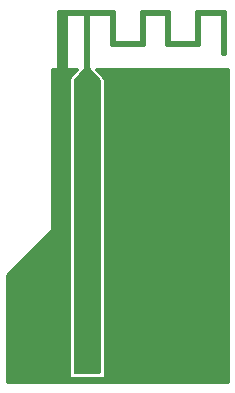
<source format=gbr>
G04 #@! TF.FileFunction,Copper,L1,Top,Signal*
%FSLAX46Y46*%
G04 Gerber Fmt 4.6, Leading zero omitted, Abs format (unit mm)*
G04 Created by KiCad (PCBNEW 4.0.5) date 02/23/17 14:21:59*
%MOMM*%
%LPD*%
G01*
G04 APERTURE LIST*
%ADD10C,0.127000*%
%ADD11R,2.290000X5.080000*%
%ADD12R,2.420000X5.080000*%
%ADD13C,0.970000*%
%ADD14R,0.460000X0.890000*%
%ADD15C,0.600000*%
%ADD16C,0.254000*%
G04 APERTURE END LIST*
D10*
D11*
X6858000Y3372700D03*
D12*
X2478000Y3372700D03*
X11238000Y3372700D03*
D13*
X2478000Y6812700D03*
X11238000Y6812700D03*
D14*
X2478000Y6362700D03*
X11238000Y6362700D03*
D15*
X4762500Y26543000D03*
D16*
X9194800Y31572200D02*
X4445000Y31572200D01*
X13868400Y31572200D02*
X11430000Y31572200D01*
X18542000Y31572200D02*
X16103600Y31572200D01*
X9194800Y31369000D02*
X4445000Y31369000D01*
X13868400Y31369000D02*
X11430000Y31369000D01*
X18542000Y31369000D02*
X16103600Y31369000D01*
X5080000Y31165800D02*
X4445000Y31165800D01*
X6985000Y31165800D02*
X6731000Y31165800D01*
X9194800Y31165800D02*
X8940800Y31165800D01*
X11684000Y31165800D02*
X11430000Y31165800D01*
X13868400Y31165800D02*
X13614400Y31165800D01*
X16357600Y31165800D02*
X16103600Y31165800D01*
X18542000Y31165800D02*
X18288000Y31165800D01*
X5080000Y30962600D02*
X4445000Y30962600D01*
X6985000Y30962600D02*
X6731000Y30962600D01*
X9194800Y30962600D02*
X8940800Y30962600D01*
X11684000Y30962600D02*
X11430000Y30962600D01*
X13868400Y30962600D02*
X13614400Y30962600D01*
X16357600Y30962600D02*
X16103600Y30962600D01*
X18542000Y30962600D02*
X18288000Y30962600D01*
X5080000Y30759400D02*
X4445000Y30759400D01*
X6985000Y30759400D02*
X6731000Y30759400D01*
X9194800Y30759400D02*
X8940800Y30759400D01*
X11684000Y30759400D02*
X11430000Y30759400D01*
X13868400Y30759400D02*
X13614400Y30759400D01*
X16357600Y30759400D02*
X16103600Y30759400D01*
X18542000Y30759400D02*
X18288000Y30759400D01*
X5080000Y30556200D02*
X4445000Y30556200D01*
X6985000Y30556200D02*
X6731000Y30556200D01*
X9194800Y30556200D02*
X8940800Y30556200D01*
X11684000Y30556200D02*
X11430000Y30556200D01*
X13868400Y30556200D02*
X13614400Y30556200D01*
X16357600Y30556200D02*
X16103600Y30556200D01*
X18542000Y30556200D02*
X18288000Y30556200D01*
X5080000Y30353000D02*
X4445000Y30353000D01*
X6985000Y30353000D02*
X6731000Y30353000D01*
X9194800Y30353000D02*
X8940800Y30353000D01*
X11684000Y30353000D02*
X11430000Y30353000D01*
X13868400Y30353000D02*
X13614400Y30353000D01*
X16357600Y30353000D02*
X16103600Y30353000D01*
X18542000Y30353000D02*
X18288000Y30353000D01*
X5080000Y30149800D02*
X4445000Y30149800D01*
X6985000Y30149800D02*
X6731000Y30149800D01*
X9194800Y30149800D02*
X8940800Y30149800D01*
X11684000Y30149800D02*
X11430000Y30149800D01*
X13868400Y30149800D02*
X13614400Y30149800D01*
X16357600Y30149800D02*
X16103600Y30149800D01*
X18542000Y30149800D02*
X18288000Y30149800D01*
X5080000Y29946600D02*
X4445000Y29946600D01*
X6985000Y29946600D02*
X6731000Y29946600D01*
X9194800Y29946600D02*
X8940800Y29946600D01*
X11684000Y29946600D02*
X11430000Y29946600D01*
X13868400Y29946600D02*
X13614400Y29946600D01*
X16357600Y29946600D02*
X16103600Y29946600D01*
X18542000Y29946600D02*
X18288000Y29946600D01*
X5080000Y29743400D02*
X4445000Y29743400D01*
X6985000Y29743400D02*
X6731000Y29743400D01*
X9194800Y29743400D02*
X8940800Y29743400D01*
X11684000Y29743400D02*
X11430000Y29743400D01*
X13868400Y29743400D02*
X13614400Y29743400D01*
X16357600Y29743400D02*
X16103600Y29743400D01*
X18542000Y29743400D02*
X18288000Y29743400D01*
X5080000Y29540200D02*
X4445000Y29540200D01*
X6985000Y29540200D02*
X6731000Y29540200D01*
X9194800Y29540200D02*
X8940800Y29540200D01*
X11684000Y29540200D02*
X11430000Y29540200D01*
X13868400Y29540200D02*
X13614400Y29540200D01*
X16357600Y29540200D02*
X16103600Y29540200D01*
X18542000Y29540200D02*
X18288000Y29540200D01*
X5080000Y29337000D02*
X4445000Y29337000D01*
X6985000Y29337000D02*
X6731000Y29337000D01*
X9194800Y29337000D02*
X8940800Y29337000D01*
X11684000Y29337000D02*
X11430000Y29337000D01*
X13868400Y29337000D02*
X13614400Y29337000D01*
X16357600Y29337000D02*
X16103600Y29337000D01*
X18542000Y29337000D02*
X18288000Y29337000D01*
X5080000Y29133800D02*
X4445000Y29133800D01*
X6985000Y29133800D02*
X6731000Y29133800D01*
X9194800Y29133800D02*
X8940800Y29133800D01*
X11684000Y29133800D02*
X11430000Y29133800D01*
X13868400Y29133800D02*
X13614400Y29133800D01*
X16357600Y29133800D02*
X16103600Y29133800D01*
X18542000Y29133800D02*
X18288000Y29133800D01*
X5080000Y28930600D02*
X4445000Y28930600D01*
X6985000Y28930600D02*
X6731000Y28930600D01*
X11684000Y28930600D02*
X8940800Y28930600D01*
X16357600Y28930600D02*
X13614400Y28930600D01*
X18542000Y28930600D02*
X18288000Y28930600D01*
X5080000Y28727400D02*
X4445000Y28727400D01*
X6985000Y28727400D02*
X6731000Y28727400D01*
X11684000Y28727400D02*
X8940800Y28727400D01*
X16357600Y28727400D02*
X13614400Y28727400D01*
X18542000Y28727400D02*
X18288000Y28727400D01*
X5080000Y28524200D02*
X4445000Y28524200D01*
X6985000Y28524200D02*
X6731000Y28524200D01*
X18542000Y28524200D02*
X18288000Y28524200D01*
X5080000Y28321000D02*
X4445000Y28321000D01*
X6985000Y28321000D02*
X6731000Y28321000D01*
X18542000Y28321000D02*
X18288000Y28321000D01*
X5080000Y28117800D02*
X4445000Y28117800D01*
X6985000Y28117800D02*
X6731000Y28117800D01*
X18542000Y28117800D02*
X18288000Y28117800D01*
X5080000Y27914600D02*
X4445000Y27914600D01*
X6985000Y27914600D02*
X6731000Y27914600D01*
X18542000Y27914600D02*
X18288000Y27914600D01*
X5080000Y27711400D02*
X4445000Y27711400D01*
X6985000Y27711400D02*
X6731000Y27711400D01*
X5080000Y27508200D02*
X4445000Y27508200D01*
X6985000Y27508200D02*
X6731000Y27508200D01*
X5080000Y27305000D02*
X4445000Y27305000D01*
X6985000Y27305000D02*
X6731000Y27305000D01*
X5080000Y27101800D02*
X4445000Y27101800D01*
X6985000Y27101800D02*
X6731000Y27101800D01*
X5080000Y26898600D02*
X4445000Y26898600D01*
X6985000Y26898600D02*
X6731000Y26898600D01*
X5134865Y26695400D02*
X4389939Y26695400D01*
X7032146Y26695400D02*
X6683853Y26695400D01*
X5914547Y26492200D02*
X3937000Y26492200D01*
X7209946Y26492200D02*
X6506053Y26492200D01*
X18846800Y26492200D02*
X7801454Y26492200D01*
X5736747Y26289000D02*
X3937000Y26289000D01*
X7387746Y26289000D02*
X6328253Y26289000D01*
X18846800Y26289000D02*
X7979254Y26289000D01*
X5558947Y26085800D02*
X3937000Y26085800D01*
X7565546Y26085800D02*
X6150453Y26085800D01*
X18846800Y26085800D02*
X8157054Y26085800D01*
X5381147Y25882600D02*
X3937000Y25882600D01*
X7743346Y25882600D02*
X5972653Y25882600D01*
X18846800Y25882600D02*
X8334854Y25882600D01*
X5334000Y25679400D02*
X3937000Y25679400D01*
X7874000Y25679400D02*
X5842000Y25679400D01*
X18846800Y25679400D02*
X8382000Y25679400D01*
X5334000Y25476200D02*
X3937000Y25476200D01*
X7874000Y25476200D02*
X5842000Y25476200D01*
X18846800Y25476200D02*
X8382000Y25476200D01*
X5334000Y25273000D02*
X3937000Y25273000D01*
X7874000Y25273000D02*
X5842000Y25273000D01*
X18846800Y25273000D02*
X8382000Y25273000D01*
X5334000Y25069800D02*
X3937000Y25069800D01*
X7874000Y25069800D02*
X5842000Y25069800D01*
X18846800Y25069800D02*
X8382000Y25069800D01*
X5334000Y24866600D02*
X3937000Y24866600D01*
X7874000Y24866600D02*
X5842000Y24866600D01*
X18846800Y24866600D02*
X8382000Y24866600D01*
X5334000Y24663400D02*
X3937000Y24663400D01*
X7874000Y24663400D02*
X5842000Y24663400D01*
X18846800Y24663400D02*
X8382000Y24663400D01*
X5334000Y24460200D02*
X3937000Y24460200D01*
X7874000Y24460200D02*
X5842000Y24460200D01*
X18846800Y24460200D02*
X8382000Y24460200D01*
X5334000Y24257000D02*
X3937000Y24257000D01*
X7874000Y24257000D02*
X5842000Y24257000D01*
X18846800Y24257000D02*
X8382000Y24257000D01*
X5334000Y24053800D02*
X3937000Y24053800D01*
X7874000Y24053800D02*
X5842000Y24053800D01*
X18846800Y24053800D02*
X8382000Y24053800D01*
X5334000Y23850600D02*
X3937000Y23850600D01*
X7874000Y23850600D02*
X5842000Y23850600D01*
X18846800Y23850600D02*
X8382000Y23850600D01*
X5334000Y23647400D02*
X3937000Y23647400D01*
X7874000Y23647400D02*
X5842000Y23647400D01*
X18846800Y23647400D02*
X8382000Y23647400D01*
X5334000Y23444200D02*
X3937000Y23444200D01*
X7874000Y23444200D02*
X5842000Y23444200D01*
X18846800Y23444200D02*
X8382000Y23444200D01*
X5334000Y23241000D02*
X3937000Y23241000D01*
X7874000Y23241000D02*
X5842000Y23241000D01*
X18846800Y23241000D02*
X8382000Y23241000D01*
X5334000Y23037800D02*
X3937000Y23037800D01*
X7874000Y23037800D02*
X5842000Y23037800D01*
X18846800Y23037800D02*
X8382000Y23037800D01*
X5334000Y22834600D02*
X3937000Y22834600D01*
X7874000Y22834600D02*
X5842000Y22834600D01*
X18846800Y22834600D02*
X8382000Y22834600D01*
X5334000Y22631400D02*
X3937000Y22631400D01*
X7874000Y22631400D02*
X5842000Y22631400D01*
X18846800Y22631400D02*
X8382000Y22631400D01*
X5334000Y22428200D02*
X3937000Y22428200D01*
X7874000Y22428200D02*
X5842000Y22428200D01*
X18846800Y22428200D02*
X8382000Y22428200D01*
X5334000Y22225000D02*
X3937000Y22225000D01*
X7874000Y22225000D02*
X5842000Y22225000D01*
X18846800Y22225000D02*
X8382000Y22225000D01*
X5334000Y22021800D02*
X3937000Y22021800D01*
X7874000Y22021800D02*
X5842000Y22021800D01*
X18846800Y22021800D02*
X8382000Y22021800D01*
X5334000Y21818600D02*
X3937000Y21818600D01*
X7874000Y21818600D02*
X5842000Y21818600D01*
X18846800Y21818600D02*
X8382000Y21818600D01*
X5334000Y21615400D02*
X3937000Y21615400D01*
X7874000Y21615400D02*
X5842000Y21615400D01*
X18846800Y21615400D02*
X8382000Y21615400D01*
X5334000Y21412200D02*
X3937000Y21412200D01*
X7874000Y21412200D02*
X5842000Y21412200D01*
X18846800Y21412200D02*
X8382000Y21412200D01*
X5334000Y21209000D02*
X3937000Y21209000D01*
X7874000Y21209000D02*
X5842000Y21209000D01*
X18846800Y21209000D02*
X8382000Y21209000D01*
X5334000Y21005800D02*
X3937000Y21005800D01*
X7874000Y21005800D02*
X5842000Y21005800D01*
X18846800Y21005800D02*
X8382000Y21005800D01*
X5334000Y20802600D02*
X3937000Y20802600D01*
X7874000Y20802600D02*
X5842000Y20802600D01*
X18846800Y20802600D02*
X8382000Y20802600D01*
X5334000Y20599400D02*
X3937000Y20599400D01*
X7874000Y20599400D02*
X5842000Y20599400D01*
X18846800Y20599400D02*
X8382000Y20599400D01*
X5334000Y20396200D02*
X3937000Y20396200D01*
X7874000Y20396200D02*
X5842000Y20396200D01*
X18846800Y20396200D02*
X8382000Y20396200D01*
X5334000Y20193000D02*
X3937000Y20193000D01*
X7874000Y20193000D02*
X5842000Y20193000D01*
X18846800Y20193000D02*
X8382000Y20193000D01*
X5334000Y19989800D02*
X3937000Y19989800D01*
X7874000Y19989800D02*
X5842000Y19989800D01*
X18846800Y19989800D02*
X8382000Y19989800D01*
X5334000Y19786600D02*
X3937000Y19786600D01*
X7874000Y19786600D02*
X5842000Y19786600D01*
X18846800Y19786600D02*
X8382000Y19786600D01*
X5334000Y19583400D02*
X3937000Y19583400D01*
X7874000Y19583400D02*
X5842000Y19583400D01*
X18846800Y19583400D02*
X8382000Y19583400D01*
X5334000Y19380200D02*
X3937000Y19380200D01*
X7874000Y19380200D02*
X5842000Y19380200D01*
X18846800Y19380200D02*
X8382000Y19380200D01*
X5334000Y19177000D02*
X3937000Y19177000D01*
X7874000Y19177000D02*
X5842000Y19177000D01*
X18846800Y19177000D02*
X8382000Y19177000D01*
X5334000Y18973800D02*
X3937000Y18973800D01*
X7874000Y18973800D02*
X5842000Y18973800D01*
X18846800Y18973800D02*
X8382000Y18973800D01*
X5334000Y18770600D02*
X3937000Y18770600D01*
X7874000Y18770600D02*
X5842000Y18770600D01*
X18846800Y18770600D02*
X8382000Y18770600D01*
X5334000Y18567400D02*
X3937000Y18567400D01*
X7874000Y18567400D02*
X5842000Y18567400D01*
X18846800Y18567400D02*
X8382000Y18567400D01*
X5334000Y18364200D02*
X3937000Y18364200D01*
X7874000Y18364200D02*
X5842000Y18364200D01*
X18846800Y18364200D02*
X8382000Y18364200D01*
X5334000Y18161000D02*
X3937000Y18161000D01*
X7874000Y18161000D02*
X5842000Y18161000D01*
X18846800Y18161000D02*
X8382000Y18161000D01*
X5334000Y17957800D02*
X3937000Y17957800D01*
X7874000Y17957800D02*
X5842000Y17957800D01*
X18846800Y17957800D02*
X8382000Y17957800D01*
X5334000Y17754600D02*
X3937000Y17754600D01*
X7874000Y17754600D02*
X5842000Y17754600D01*
X18846800Y17754600D02*
X8382000Y17754600D01*
X5334000Y17551400D02*
X3937000Y17551400D01*
X7874000Y17551400D02*
X5842000Y17551400D01*
X18846800Y17551400D02*
X8382000Y17551400D01*
X5334000Y17348200D02*
X3937000Y17348200D01*
X7874000Y17348200D02*
X5842000Y17348200D01*
X18846800Y17348200D02*
X8382000Y17348200D01*
X5334000Y17145000D02*
X3937000Y17145000D01*
X7874000Y17145000D02*
X5842000Y17145000D01*
X18846800Y17145000D02*
X8382000Y17145000D01*
X5334000Y16941800D02*
X3937000Y16941800D01*
X7874000Y16941800D02*
X5842000Y16941800D01*
X18846800Y16941800D02*
X8382000Y16941800D01*
X5334000Y16738600D02*
X3937000Y16738600D01*
X7874000Y16738600D02*
X5842000Y16738600D01*
X18846800Y16738600D02*
X8382000Y16738600D01*
X5334000Y16535400D02*
X3937000Y16535400D01*
X7874000Y16535400D02*
X5842000Y16535400D01*
X18846800Y16535400D02*
X8382000Y16535400D01*
X5334000Y16332200D02*
X3937000Y16332200D01*
X7874000Y16332200D02*
X5842000Y16332200D01*
X18846800Y16332200D02*
X8382000Y16332200D01*
X5334000Y16129000D02*
X3937000Y16129000D01*
X7874000Y16129000D02*
X5842000Y16129000D01*
X18846800Y16129000D02*
X8382000Y16129000D01*
X5334000Y15925800D02*
X3937000Y15925800D01*
X7874000Y15925800D02*
X5842000Y15925800D01*
X18846800Y15925800D02*
X8382000Y15925800D01*
X5334000Y15722600D02*
X3937000Y15722600D01*
X7874000Y15722600D02*
X5842000Y15722600D01*
X18846800Y15722600D02*
X8382000Y15722600D01*
X5334000Y15519400D02*
X3937000Y15519400D01*
X7874000Y15519400D02*
X5842000Y15519400D01*
X18846800Y15519400D02*
X8382000Y15519400D01*
X5334000Y15316200D02*
X3937000Y15316200D01*
X7874000Y15316200D02*
X5842000Y15316200D01*
X18846800Y15316200D02*
X8382000Y15316200D01*
X5334000Y15113000D02*
X3937000Y15113000D01*
X7874000Y15113000D02*
X5842000Y15113000D01*
X18846800Y15113000D02*
X8382000Y15113000D01*
X5334000Y14909800D02*
X3937000Y14909800D01*
X7874000Y14909800D02*
X5842000Y14909800D01*
X18846800Y14909800D02*
X8382000Y14909800D01*
X5334000Y14706600D02*
X3937000Y14706600D01*
X7874000Y14706600D02*
X5842000Y14706600D01*
X18846800Y14706600D02*
X8382000Y14706600D01*
X5334000Y14503400D02*
X3937000Y14503400D01*
X7874000Y14503400D02*
X5842000Y14503400D01*
X18846800Y14503400D02*
X8382000Y14503400D01*
X5334000Y14300200D02*
X3937000Y14300200D01*
X7874000Y14300200D02*
X5842000Y14300200D01*
X18846800Y14300200D02*
X8382000Y14300200D01*
X5334000Y14097000D02*
X3937000Y14097000D01*
X7874000Y14097000D02*
X5842000Y14097000D01*
X18846800Y14097000D02*
X8382000Y14097000D01*
X5334000Y13893800D02*
X3937000Y13893800D01*
X7874000Y13893800D02*
X5842000Y13893800D01*
X18846800Y13893800D02*
X8382000Y13893800D01*
X5334000Y13690600D02*
X3937000Y13690600D01*
X7874000Y13690600D02*
X5842000Y13690600D01*
X18846800Y13690600D02*
X8382000Y13690600D01*
X5334000Y13487400D02*
X3937000Y13487400D01*
X7874000Y13487400D02*
X5842000Y13487400D01*
X18846800Y13487400D02*
X8382000Y13487400D01*
X5334000Y13284200D02*
X3937000Y13284200D01*
X7874000Y13284200D02*
X5842000Y13284200D01*
X18846800Y13284200D02*
X8382000Y13284200D01*
X5334000Y13081000D02*
X3937000Y13081000D01*
X7874000Y13081000D02*
X5842000Y13081000D01*
X18846800Y13081000D02*
X8382000Y13081000D01*
X5334000Y12877800D02*
X3786406Y12877800D01*
X7874000Y12877800D02*
X5842000Y12877800D01*
X18846800Y12877800D02*
X8382000Y12877800D01*
X5334000Y12674600D02*
X3583206Y12674600D01*
X7874000Y12674600D02*
X5842000Y12674600D01*
X18846800Y12674600D02*
X8382000Y12674600D01*
X5334000Y12471400D02*
X3380006Y12471400D01*
X7874000Y12471400D02*
X5842000Y12471400D01*
X18846800Y12471400D02*
X8382000Y12471400D01*
X5334000Y12268200D02*
X3176806Y12268200D01*
X7874000Y12268200D02*
X5842000Y12268200D01*
X18846800Y12268200D02*
X8382000Y12268200D01*
X5334000Y12065000D02*
X2973606Y12065000D01*
X7874000Y12065000D02*
X5842000Y12065000D01*
X18846800Y12065000D02*
X8382000Y12065000D01*
X5334000Y11861800D02*
X2770406Y11861800D01*
X7874000Y11861800D02*
X5842000Y11861800D01*
X18846800Y11861800D02*
X8382000Y11861800D01*
X5334000Y11658600D02*
X2567206Y11658600D01*
X7874000Y11658600D02*
X5842000Y11658600D01*
X18846800Y11658600D02*
X8382000Y11658600D01*
X5334000Y11455400D02*
X2364006Y11455400D01*
X7874000Y11455400D02*
X5842000Y11455400D01*
X18846800Y11455400D02*
X8382000Y11455400D01*
X5334000Y11252200D02*
X2160806Y11252200D01*
X7874000Y11252200D02*
X5842000Y11252200D01*
X18846800Y11252200D02*
X8382000Y11252200D01*
X5334000Y11049000D02*
X1957606Y11049000D01*
X7874000Y11049000D02*
X5842000Y11049000D01*
X18846800Y11049000D02*
X8382000Y11049000D01*
X5334000Y10845800D02*
X1754406Y10845800D01*
X7874000Y10845800D02*
X5842000Y10845800D01*
X18846800Y10845800D02*
X8382000Y10845800D01*
X5334000Y10642600D02*
X1551206Y10642600D01*
X7874000Y10642600D02*
X5842000Y10642600D01*
X18846800Y10642600D02*
X8382000Y10642600D01*
X5334000Y10439400D02*
X1348006Y10439400D01*
X7874000Y10439400D02*
X5842000Y10439400D01*
X18846800Y10439400D02*
X8382000Y10439400D01*
X5334000Y10236200D02*
X1144806Y10236200D01*
X7874000Y10236200D02*
X5842000Y10236200D01*
X18846800Y10236200D02*
X8382000Y10236200D01*
X5334000Y10033000D02*
X941606Y10033000D01*
X7874000Y10033000D02*
X5842000Y10033000D01*
X18846800Y10033000D02*
X8382000Y10033000D01*
X5334000Y9829800D02*
X738406Y9829800D01*
X7874000Y9829800D02*
X5842000Y9829800D01*
X18846800Y9829800D02*
X8382000Y9829800D01*
X5334000Y9626600D02*
X535206Y9626600D01*
X7874000Y9626600D02*
X5842000Y9626600D01*
X18846800Y9626600D02*
X8382000Y9626600D01*
X5334000Y9423400D02*
X332006Y9423400D01*
X7874000Y9423400D02*
X5842000Y9423400D01*
X18846800Y9423400D02*
X8382000Y9423400D01*
X5334000Y9220200D02*
X128806Y9220200D01*
X7874000Y9220200D02*
X5842000Y9220200D01*
X18846800Y9220200D02*
X8382000Y9220200D01*
X5334000Y9017000D02*
X127000Y9017000D01*
X7874000Y9017000D02*
X5842000Y9017000D01*
X18846800Y9017000D02*
X8382000Y9017000D01*
X5334000Y8813800D02*
X127000Y8813800D01*
X7874000Y8813800D02*
X5842000Y8813800D01*
X18846800Y8813800D02*
X8382000Y8813800D01*
X5334000Y8610600D02*
X127000Y8610600D01*
X7874000Y8610600D02*
X5842000Y8610600D01*
X18846800Y8610600D02*
X8382000Y8610600D01*
X5334000Y8407400D02*
X127000Y8407400D01*
X7874000Y8407400D02*
X5842000Y8407400D01*
X18846800Y8407400D02*
X8382000Y8407400D01*
X5334000Y8204200D02*
X127000Y8204200D01*
X7874000Y8204200D02*
X5842000Y8204200D01*
X18846800Y8204200D02*
X8382000Y8204200D01*
X5334000Y8001000D02*
X127000Y8001000D01*
X7874000Y8001000D02*
X5842000Y8001000D01*
X18846800Y8001000D02*
X8382000Y8001000D01*
X5334000Y7797800D02*
X127000Y7797800D01*
X7874000Y7797800D02*
X5842000Y7797800D01*
X18846800Y7797800D02*
X8382000Y7797800D01*
X5334000Y7594600D02*
X127000Y7594600D01*
X7874000Y7594600D02*
X5842000Y7594600D01*
X18846800Y7594600D02*
X8382000Y7594600D01*
X5334000Y7391400D02*
X127000Y7391400D01*
X7874000Y7391400D02*
X5842000Y7391400D01*
X18846800Y7391400D02*
X8382000Y7391400D01*
X5334000Y7188200D02*
X127000Y7188200D01*
X7874000Y7188200D02*
X5842000Y7188200D01*
X18846800Y7188200D02*
X8382000Y7188200D01*
X5334000Y6985000D02*
X127000Y6985000D01*
X7874000Y6985000D02*
X5842000Y6985000D01*
X18846800Y6985000D02*
X8382000Y6985000D01*
X5334000Y6781800D02*
X127000Y6781800D01*
X7874000Y6781800D02*
X5842000Y6781800D01*
X18846800Y6781800D02*
X8382000Y6781800D01*
X5334000Y6578600D02*
X127000Y6578600D01*
X7874000Y6578600D02*
X5842000Y6578600D01*
X18846800Y6578600D02*
X8382000Y6578600D01*
X5334000Y6375400D02*
X127000Y6375400D01*
X7874000Y6375400D02*
X5842000Y6375400D01*
X18846800Y6375400D02*
X8382000Y6375400D01*
X5334000Y6172200D02*
X127000Y6172200D01*
X7874000Y6172200D02*
X5842000Y6172200D01*
X18846800Y6172200D02*
X8382000Y6172200D01*
X5334000Y5969000D02*
X127000Y5969000D01*
X7874000Y5969000D02*
X5842000Y5969000D01*
X18846800Y5969000D02*
X8382000Y5969000D01*
X5334000Y5765800D02*
X127000Y5765800D01*
X7874000Y5765800D02*
X5842000Y5765800D01*
X18846800Y5765800D02*
X8382000Y5765800D01*
X5334000Y5562600D02*
X127000Y5562600D01*
X7874000Y5562600D02*
X5842000Y5562600D01*
X18846800Y5562600D02*
X8382000Y5562600D01*
X5334000Y5359400D02*
X127000Y5359400D01*
X7874000Y5359400D02*
X5842000Y5359400D01*
X18846800Y5359400D02*
X8382000Y5359400D01*
X5334000Y5156200D02*
X127000Y5156200D01*
X7874000Y5156200D02*
X5842000Y5156200D01*
X18846800Y5156200D02*
X8382000Y5156200D01*
X5334000Y4953000D02*
X127000Y4953000D01*
X7874000Y4953000D02*
X5842000Y4953000D01*
X18846800Y4953000D02*
X8382000Y4953000D01*
X5334000Y4749800D02*
X127000Y4749800D01*
X7874000Y4749800D02*
X5842000Y4749800D01*
X18846800Y4749800D02*
X8382000Y4749800D01*
X5334000Y4546600D02*
X127000Y4546600D01*
X7874000Y4546600D02*
X5842000Y4546600D01*
X18846800Y4546600D02*
X8382000Y4546600D01*
X5334000Y4343400D02*
X127000Y4343400D01*
X7874000Y4343400D02*
X5842000Y4343400D01*
X18846800Y4343400D02*
X8382000Y4343400D01*
X5334000Y4140200D02*
X127000Y4140200D01*
X7874000Y4140200D02*
X5842000Y4140200D01*
X18846800Y4140200D02*
X8382000Y4140200D01*
X5334000Y3937000D02*
X127000Y3937000D01*
X7874000Y3937000D02*
X5842000Y3937000D01*
X18846800Y3937000D02*
X8382000Y3937000D01*
X5334000Y3733800D02*
X127000Y3733800D01*
X7874000Y3733800D02*
X5842000Y3733800D01*
X18846800Y3733800D02*
X8382000Y3733800D01*
X5334000Y3530600D02*
X127000Y3530600D01*
X7874000Y3530600D02*
X5842000Y3530600D01*
X18846800Y3530600D02*
X8382000Y3530600D01*
X5334000Y3327400D02*
X127000Y3327400D01*
X7874000Y3327400D02*
X5842000Y3327400D01*
X18846800Y3327400D02*
X8382000Y3327400D01*
X5334000Y3124200D02*
X127000Y3124200D01*
X7874000Y3124200D02*
X5842000Y3124200D01*
X18846800Y3124200D02*
X8382000Y3124200D01*
X5334000Y2921000D02*
X127000Y2921000D01*
X7874000Y2921000D02*
X5842000Y2921000D01*
X18846800Y2921000D02*
X8382000Y2921000D01*
X5334000Y2717800D02*
X127000Y2717800D01*
X7874000Y2717800D02*
X5842000Y2717800D01*
X18846800Y2717800D02*
X8382000Y2717800D01*
X5334000Y2514600D02*
X127000Y2514600D01*
X7874000Y2514600D02*
X5842000Y2514600D01*
X18846800Y2514600D02*
X8382000Y2514600D01*
X5334000Y2311400D02*
X127000Y2311400D01*
X7874000Y2311400D02*
X5842000Y2311400D01*
X18846800Y2311400D02*
X8382000Y2311400D01*
X5334000Y2108200D02*
X127000Y2108200D01*
X7874000Y2108200D02*
X5842000Y2108200D01*
X18846800Y2108200D02*
X8382000Y2108200D01*
X5334000Y1905000D02*
X127000Y1905000D01*
X7874000Y1905000D02*
X5842000Y1905000D01*
X18846800Y1905000D02*
X8382000Y1905000D01*
X5334000Y1701800D02*
X127000Y1701800D01*
X7874000Y1701800D02*
X5842000Y1701800D01*
X18846800Y1701800D02*
X8382000Y1701800D01*
X5334000Y1498600D02*
X127000Y1498600D01*
X7874000Y1498600D02*
X5842000Y1498600D01*
X18846800Y1498600D02*
X8382000Y1498600D01*
X5334000Y1295400D02*
X127000Y1295400D01*
X7874000Y1295400D02*
X5842000Y1295400D01*
X18846800Y1295400D02*
X8382000Y1295400D01*
X5334000Y1092200D02*
X127000Y1092200D01*
X7874000Y1092200D02*
X5842000Y1092200D01*
X18846800Y1092200D02*
X8382000Y1092200D01*
X5334000Y889000D02*
X127000Y889000D01*
X18846800Y889000D02*
X8382000Y889000D01*
X5334000Y685800D02*
X127000Y685800D01*
X18846800Y685800D02*
X8382000Y685800D01*
X5388865Y482600D02*
X127000Y482600D01*
X18846800Y482600D02*
X8326939Y482600D01*
X18846800Y279400D02*
X127000Y279400D01*
X9194800Y29057600D02*
X9204806Y29008190D01*
X9233247Y28966565D01*
X9275641Y28939285D01*
X9321800Y28930600D01*
X11303000Y28930600D01*
X11352410Y28940606D01*
X11394035Y28969047D01*
X11421315Y29011441D01*
X11430000Y29057600D01*
X11430000Y31572200D01*
X13868400Y31572200D01*
X13868400Y29057600D01*
X13878406Y29008190D01*
X13906847Y28966565D01*
X13949241Y28939285D01*
X13995400Y28930600D01*
X15976600Y28930600D01*
X16026010Y28940606D01*
X16067635Y28969047D01*
X16094915Y29011441D01*
X16103600Y29057600D01*
X16103600Y31572200D01*
X18542000Y31572200D01*
X18542000Y27889200D01*
X18288000Y27889200D01*
X18288000Y31191200D01*
X18277994Y31240610D01*
X18249553Y31282235D01*
X18207159Y31309515D01*
X18161000Y31318200D01*
X16484600Y31318200D01*
X16435190Y31308194D01*
X16393565Y31279753D01*
X16366285Y31237359D01*
X16357600Y31191200D01*
X16357600Y28676600D01*
X13614400Y28676600D01*
X13614400Y31191200D01*
X13604394Y31240610D01*
X13575953Y31282235D01*
X13533559Y31309515D01*
X13487400Y31318200D01*
X11811000Y31318200D01*
X11761590Y31308194D01*
X11719965Y31279753D01*
X11692685Y31237359D01*
X11684000Y31191200D01*
X11684000Y28676600D01*
X8940800Y28676600D01*
X8940800Y31191200D01*
X8930794Y31240610D01*
X8902353Y31282235D01*
X8859959Y31309515D01*
X8813800Y31318200D01*
X7112000Y31318200D01*
X7062590Y31308194D01*
X7020965Y31279753D01*
X6993685Y31237359D01*
X6985000Y31191200D01*
X6985000Y26797000D01*
X6995006Y26747590D01*
X7016423Y26713370D01*
X7874000Y25733282D01*
X7874000Y965200D01*
X5842000Y965200D01*
X5842000Y25733282D01*
X6699577Y26713370D01*
X6724584Y26757144D01*
X6731000Y26797000D01*
X6731000Y31191200D01*
X6720994Y31240610D01*
X6692553Y31282235D01*
X6650159Y31309515D01*
X6604000Y31318200D01*
X5207000Y31318200D01*
X5157590Y31308194D01*
X5115965Y31279753D01*
X5088685Y31237359D01*
X5080000Y31191200D01*
X5080000Y26797000D01*
X5090006Y26747590D01*
X5118447Y26705965D01*
X5160841Y26678685D01*
X5207000Y26670000D01*
X6070122Y26670000D01*
X5365423Y25864630D01*
X5340416Y25820856D01*
X5334000Y25781000D01*
X5334000Y584200D01*
X5344006Y534790D01*
X5372447Y493165D01*
X5414841Y465885D01*
X5461000Y457200D01*
X8255000Y457200D01*
X8304410Y467206D01*
X8346035Y495647D01*
X8373315Y538041D01*
X8382000Y584200D01*
X8382000Y25781000D01*
X8371994Y25830410D01*
X8350577Y25864630D01*
X7645878Y26670000D01*
X18846800Y26670000D01*
X18846800Y127000D01*
X127000Y127000D01*
X127000Y9218394D01*
X3899803Y12991197D01*
X3927666Y13033211D01*
X3937000Y13081000D01*
X3937000Y26670000D01*
X4318000Y26670000D01*
X4367410Y26680006D01*
X4409035Y26708447D01*
X4436315Y26750841D01*
X4445000Y26797000D01*
X4445000Y31572200D01*
X9194800Y31572200D01*
X9194800Y29057600D01*
M02*

</source>
